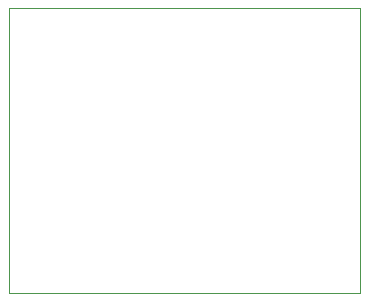
<source format=gm1>
%TF.GenerationSoftware,KiCad,Pcbnew,7.0.2-0*%
%TF.CreationDate,2023-07-19T22:29:02+01:00*%
%TF.ProjectId,serge-gain-cell,73657267-652d-4676-9169-6e2d63656c6c,rev?*%
%TF.SameCoordinates,Original*%
%TF.FileFunction,Profile,NP*%
%FSLAX46Y46*%
G04 Gerber Fmt 4.6, Leading zero omitted, Abs format (unit mm)*
G04 Created by KiCad (PCBNEW 7.0.2-0) date 2023-07-19 22:29:02*
%MOMM*%
%LPD*%
G01*
G04 APERTURE LIST*
%TA.AperFunction,Profile*%
%ADD10C,0.050000*%
%TD*%
G04 APERTURE END LIST*
D10*
X184200800Y-93370400D02*
X184200800Y-117500400D01*
X154482800Y-117500400D02*
X154482800Y-93370400D01*
X184200800Y-117500400D02*
X154482800Y-117500400D01*
X154482800Y-93370400D02*
X184200800Y-93370400D01*
M02*

</source>
